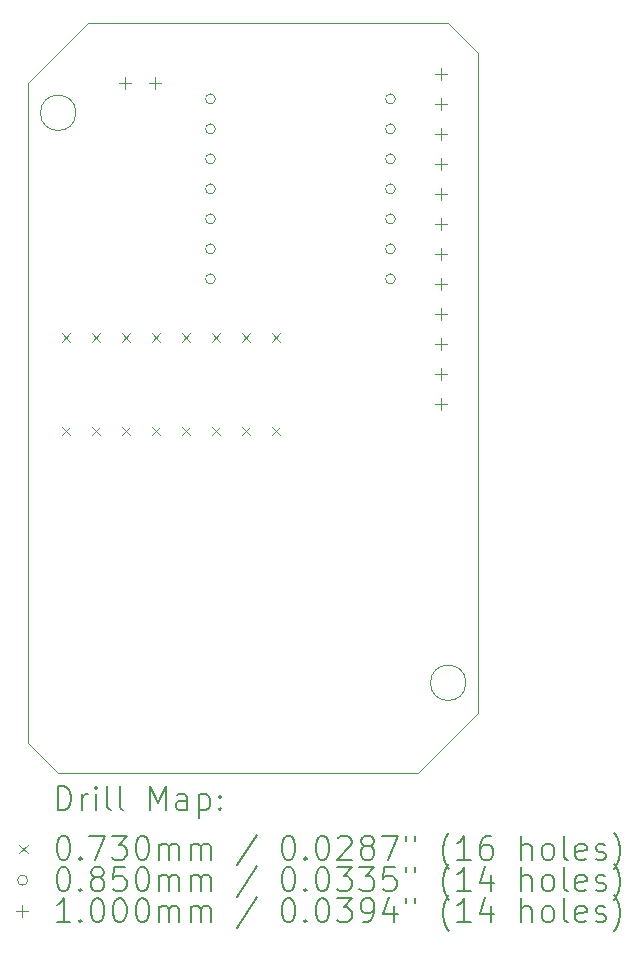
<source format=gbr>
%FSLAX45Y45*%
G04 Gerber Fmt 4.5, Leading zero omitted, Abs format (unit mm)*
G04 Created by KiCad (PCBNEW 6.0.2+dfsg-1) date 2023-08-17 23:32:11*
%MOMM*%
%LPD*%
G01*
G04 APERTURE LIST*
%TA.AperFunction,Profile*%
%ADD10C,0.100000*%
%TD*%
%ADD11C,0.200000*%
%ADD12C,0.073000*%
%ADD13C,0.085000*%
%ADD14C,0.100000*%
G04 APERTURE END LIST*
D10*
X17168026Y-6604000D02*
G75*
G03*
X17168026Y-6604000I-150026J0D01*
G01*
X20320000Y-5842000D02*
X20574000Y-6096000D01*
X20066000Y-12192000D02*
X17018000Y-12192000D01*
X20574000Y-11684000D02*
X20066000Y-12192000D01*
X17272000Y-5842000D02*
X20320000Y-5842000D01*
X20574000Y-6096000D02*
X20574000Y-11684000D01*
X17018000Y-12192000D02*
X16764000Y-11938000D01*
X20470000Y-11430000D02*
G75*
G03*
X20470000Y-11430000I-150000J0D01*
G01*
X16764000Y-11938000D02*
X16764000Y-6350000D01*
X16764000Y-6350000D02*
X17272000Y-5842000D01*
D11*
D12*
X17049352Y-8467461D02*
X17122352Y-8540461D01*
X17122352Y-8467461D02*
X17049352Y-8540461D01*
X17049352Y-9261461D02*
X17122352Y-9334461D01*
X17122352Y-9261461D02*
X17049352Y-9334461D01*
X17303352Y-8467461D02*
X17376352Y-8540461D01*
X17376352Y-8467461D02*
X17303352Y-8540461D01*
X17303352Y-9261461D02*
X17376352Y-9334461D01*
X17376352Y-9261461D02*
X17303352Y-9334461D01*
X17557352Y-8467461D02*
X17630352Y-8540461D01*
X17630352Y-8467461D02*
X17557352Y-8540461D01*
X17557352Y-9261461D02*
X17630352Y-9334461D01*
X17630352Y-9261461D02*
X17557352Y-9334461D01*
X17811352Y-8467461D02*
X17884352Y-8540461D01*
X17884352Y-8467461D02*
X17811352Y-8540461D01*
X17811352Y-9261461D02*
X17884352Y-9334461D01*
X17884352Y-9261461D02*
X17811352Y-9334461D01*
X18065352Y-8467461D02*
X18138352Y-8540461D01*
X18138352Y-8467461D02*
X18065352Y-8540461D01*
X18065352Y-9261461D02*
X18138352Y-9334461D01*
X18138352Y-9261461D02*
X18065352Y-9334461D01*
X18319352Y-8467461D02*
X18392352Y-8540461D01*
X18392352Y-8467461D02*
X18319352Y-8540461D01*
X18319352Y-9261461D02*
X18392352Y-9334461D01*
X18392352Y-9261461D02*
X18319352Y-9334461D01*
X18573352Y-8467461D02*
X18646352Y-8540461D01*
X18646352Y-8467461D02*
X18573352Y-8540461D01*
X18573352Y-9261461D02*
X18646352Y-9334461D01*
X18646352Y-9261461D02*
X18573352Y-9334461D01*
X18827352Y-8467461D02*
X18900352Y-8540461D01*
X18900352Y-8467461D02*
X18827352Y-8540461D01*
X18827352Y-9261461D02*
X18900352Y-9334461D01*
X18900352Y-9261461D02*
X18827352Y-9334461D01*
D13*
X18349606Y-6486633D02*
G75*
G03*
X18349606Y-6486633I-42500J0D01*
G01*
X18349606Y-6740633D02*
G75*
G03*
X18349606Y-6740633I-42500J0D01*
G01*
X18349606Y-6994633D02*
G75*
G03*
X18349606Y-6994633I-42500J0D01*
G01*
X18349606Y-7248633D02*
G75*
G03*
X18349606Y-7248633I-42500J0D01*
G01*
X18349606Y-7502633D02*
G75*
G03*
X18349606Y-7502633I-42500J0D01*
G01*
X18349606Y-7756633D02*
G75*
G03*
X18349606Y-7756633I-42500J0D01*
G01*
X18349606Y-8010633D02*
G75*
G03*
X18349606Y-8010633I-42500J0D01*
G01*
X19873606Y-6486633D02*
G75*
G03*
X19873606Y-6486633I-42500J0D01*
G01*
X19873606Y-6740633D02*
G75*
G03*
X19873606Y-6740633I-42500J0D01*
G01*
X19873606Y-6994633D02*
G75*
G03*
X19873606Y-6994633I-42500J0D01*
G01*
X19873606Y-7248633D02*
G75*
G03*
X19873606Y-7248633I-42500J0D01*
G01*
X19873606Y-7502633D02*
G75*
G03*
X19873606Y-7502633I-42500J0D01*
G01*
X19873606Y-7756633D02*
G75*
G03*
X19873606Y-7756633I-42500J0D01*
G01*
X19873606Y-8010633D02*
G75*
G03*
X19873606Y-8010633I-42500J0D01*
G01*
D14*
X17586076Y-6300000D02*
X17586076Y-6400000D01*
X17536076Y-6350000D02*
X17636076Y-6350000D01*
X17840076Y-6300000D02*
X17840076Y-6400000D01*
X17790076Y-6350000D02*
X17890076Y-6350000D01*
X20256076Y-6222344D02*
X20256076Y-6322344D01*
X20206076Y-6272344D02*
X20306076Y-6272344D01*
X20256076Y-6476344D02*
X20256076Y-6576344D01*
X20206076Y-6526344D02*
X20306076Y-6526344D01*
X20256076Y-6730344D02*
X20256076Y-6830344D01*
X20206076Y-6780344D02*
X20306076Y-6780344D01*
X20256076Y-6984344D02*
X20256076Y-7084344D01*
X20206076Y-7034344D02*
X20306076Y-7034344D01*
X20256076Y-7238344D02*
X20256076Y-7338344D01*
X20206076Y-7288344D02*
X20306076Y-7288344D01*
X20256076Y-7492344D02*
X20256076Y-7592344D01*
X20206076Y-7542344D02*
X20306076Y-7542344D01*
X20256076Y-7746344D02*
X20256076Y-7846344D01*
X20206076Y-7796344D02*
X20306076Y-7796344D01*
X20256076Y-8000344D02*
X20256076Y-8100344D01*
X20206076Y-8050344D02*
X20306076Y-8050344D01*
X20256076Y-8254344D02*
X20256076Y-8354344D01*
X20206076Y-8304344D02*
X20306076Y-8304344D01*
X20256076Y-8508345D02*
X20256076Y-8608345D01*
X20206076Y-8558345D02*
X20306076Y-8558345D01*
X20256076Y-8762345D02*
X20256076Y-8862345D01*
X20206076Y-8812345D02*
X20306076Y-8812345D01*
X20256076Y-9016345D02*
X20256076Y-9116345D01*
X20206076Y-9066345D02*
X20306076Y-9066345D01*
D11*
X17016619Y-12507476D02*
X17016619Y-12307476D01*
X17064238Y-12307476D01*
X17092810Y-12317000D01*
X17111857Y-12336048D01*
X17121381Y-12355095D01*
X17130905Y-12393190D01*
X17130905Y-12421762D01*
X17121381Y-12459857D01*
X17111857Y-12478905D01*
X17092810Y-12497952D01*
X17064238Y-12507476D01*
X17016619Y-12507476D01*
X17216619Y-12507476D02*
X17216619Y-12374143D01*
X17216619Y-12412238D02*
X17226143Y-12393190D01*
X17235667Y-12383667D01*
X17254714Y-12374143D01*
X17273762Y-12374143D01*
X17340429Y-12507476D02*
X17340429Y-12374143D01*
X17340429Y-12307476D02*
X17330905Y-12317000D01*
X17340429Y-12326524D01*
X17349952Y-12317000D01*
X17340429Y-12307476D01*
X17340429Y-12326524D01*
X17464238Y-12507476D02*
X17445190Y-12497952D01*
X17435667Y-12478905D01*
X17435667Y-12307476D01*
X17569000Y-12507476D02*
X17549952Y-12497952D01*
X17540429Y-12478905D01*
X17540429Y-12307476D01*
X17797571Y-12507476D02*
X17797571Y-12307476D01*
X17864238Y-12450333D01*
X17930905Y-12307476D01*
X17930905Y-12507476D01*
X18111857Y-12507476D02*
X18111857Y-12402714D01*
X18102333Y-12383667D01*
X18083286Y-12374143D01*
X18045190Y-12374143D01*
X18026143Y-12383667D01*
X18111857Y-12497952D02*
X18092810Y-12507476D01*
X18045190Y-12507476D01*
X18026143Y-12497952D01*
X18016619Y-12478905D01*
X18016619Y-12459857D01*
X18026143Y-12440809D01*
X18045190Y-12431286D01*
X18092810Y-12431286D01*
X18111857Y-12421762D01*
X18207095Y-12374143D02*
X18207095Y-12574143D01*
X18207095Y-12383667D02*
X18226143Y-12374143D01*
X18264238Y-12374143D01*
X18283286Y-12383667D01*
X18292810Y-12393190D01*
X18302333Y-12412238D01*
X18302333Y-12469381D01*
X18292810Y-12488428D01*
X18283286Y-12497952D01*
X18264238Y-12507476D01*
X18226143Y-12507476D01*
X18207095Y-12497952D01*
X18388048Y-12488428D02*
X18397571Y-12497952D01*
X18388048Y-12507476D01*
X18378524Y-12497952D01*
X18388048Y-12488428D01*
X18388048Y-12507476D01*
X18388048Y-12383667D02*
X18397571Y-12393190D01*
X18388048Y-12402714D01*
X18378524Y-12393190D01*
X18388048Y-12383667D01*
X18388048Y-12402714D01*
D12*
X16686000Y-12800500D02*
X16759000Y-12873500D01*
X16759000Y-12800500D02*
X16686000Y-12873500D01*
D11*
X17054714Y-12727476D02*
X17073762Y-12727476D01*
X17092810Y-12737000D01*
X17102333Y-12746524D01*
X17111857Y-12765571D01*
X17121381Y-12803667D01*
X17121381Y-12851286D01*
X17111857Y-12889381D01*
X17102333Y-12908428D01*
X17092810Y-12917952D01*
X17073762Y-12927476D01*
X17054714Y-12927476D01*
X17035667Y-12917952D01*
X17026143Y-12908428D01*
X17016619Y-12889381D01*
X17007095Y-12851286D01*
X17007095Y-12803667D01*
X17016619Y-12765571D01*
X17026143Y-12746524D01*
X17035667Y-12737000D01*
X17054714Y-12727476D01*
X17207095Y-12908428D02*
X17216619Y-12917952D01*
X17207095Y-12927476D01*
X17197571Y-12917952D01*
X17207095Y-12908428D01*
X17207095Y-12927476D01*
X17283286Y-12727476D02*
X17416619Y-12727476D01*
X17330905Y-12927476D01*
X17473762Y-12727476D02*
X17597571Y-12727476D01*
X17530905Y-12803667D01*
X17559476Y-12803667D01*
X17578524Y-12813190D01*
X17588048Y-12822714D01*
X17597571Y-12841762D01*
X17597571Y-12889381D01*
X17588048Y-12908428D01*
X17578524Y-12917952D01*
X17559476Y-12927476D01*
X17502333Y-12927476D01*
X17483286Y-12917952D01*
X17473762Y-12908428D01*
X17721381Y-12727476D02*
X17740429Y-12727476D01*
X17759476Y-12737000D01*
X17769000Y-12746524D01*
X17778524Y-12765571D01*
X17788048Y-12803667D01*
X17788048Y-12851286D01*
X17778524Y-12889381D01*
X17769000Y-12908428D01*
X17759476Y-12917952D01*
X17740429Y-12927476D01*
X17721381Y-12927476D01*
X17702333Y-12917952D01*
X17692810Y-12908428D01*
X17683286Y-12889381D01*
X17673762Y-12851286D01*
X17673762Y-12803667D01*
X17683286Y-12765571D01*
X17692810Y-12746524D01*
X17702333Y-12737000D01*
X17721381Y-12727476D01*
X17873762Y-12927476D02*
X17873762Y-12794143D01*
X17873762Y-12813190D02*
X17883286Y-12803667D01*
X17902333Y-12794143D01*
X17930905Y-12794143D01*
X17949952Y-12803667D01*
X17959476Y-12822714D01*
X17959476Y-12927476D01*
X17959476Y-12822714D02*
X17969000Y-12803667D01*
X17988048Y-12794143D01*
X18016619Y-12794143D01*
X18035667Y-12803667D01*
X18045190Y-12822714D01*
X18045190Y-12927476D01*
X18140429Y-12927476D02*
X18140429Y-12794143D01*
X18140429Y-12813190D02*
X18149952Y-12803667D01*
X18169000Y-12794143D01*
X18197571Y-12794143D01*
X18216619Y-12803667D01*
X18226143Y-12822714D01*
X18226143Y-12927476D01*
X18226143Y-12822714D02*
X18235667Y-12803667D01*
X18254714Y-12794143D01*
X18283286Y-12794143D01*
X18302333Y-12803667D01*
X18311857Y-12822714D01*
X18311857Y-12927476D01*
X18702333Y-12717952D02*
X18530905Y-12975095D01*
X18959476Y-12727476D02*
X18978524Y-12727476D01*
X18997571Y-12737000D01*
X19007095Y-12746524D01*
X19016619Y-12765571D01*
X19026143Y-12803667D01*
X19026143Y-12851286D01*
X19016619Y-12889381D01*
X19007095Y-12908428D01*
X18997571Y-12917952D01*
X18978524Y-12927476D01*
X18959476Y-12927476D01*
X18940429Y-12917952D01*
X18930905Y-12908428D01*
X18921381Y-12889381D01*
X18911857Y-12851286D01*
X18911857Y-12803667D01*
X18921381Y-12765571D01*
X18930905Y-12746524D01*
X18940429Y-12737000D01*
X18959476Y-12727476D01*
X19111857Y-12908428D02*
X19121381Y-12917952D01*
X19111857Y-12927476D01*
X19102333Y-12917952D01*
X19111857Y-12908428D01*
X19111857Y-12927476D01*
X19245190Y-12727476D02*
X19264238Y-12727476D01*
X19283286Y-12737000D01*
X19292810Y-12746524D01*
X19302333Y-12765571D01*
X19311857Y-12803667D01*
X19311857Y-12851286D01*
X19302333Y-12889381D01*
X19292810Y-12908428D01*
X19283286Y-12917952D01*
X19264238Y-12927476D01*
X19245190Y-12927476D01*
X19226143Y-12917952D01*
X19216619Y-12908428D01*
X19207095Y-12889381D01*
X19197571Y-12851286D01*
X19197571Y-12803667D01*
X19207095Y-12765571D01*
X19216619Y-12746524D01*
X19226143Y-12737000D01*
X19245190Y-12727476D01*
X19388048Y-12746524D02*
X19397571Y-12737000D01*
X19416619Y-12727476D01*
X19464238Y-12727476D01*
X19483286Y-12737000D01*
X19492810Y-12746524D01*
X19502333Y-12765571D01*
X19502333Y-12784619D01*
X19492810Y-12813190D01*
X19378524Y-12927476D01*
X19502333Y-12927476D01*
X19616619Y-12813190D02*
X19597571Y-12803667D01*
X19588048Y-12794143D01*
X19578524Y-12775095D01*
X19578524Y-12765571D01*
X19588048Y-12746524D01*
X19597571Y-12737000D01*
X19616619Y-12727476D01*
X19654714Y-12727476D01*
X19673762Y-12737000D01*
X19683286Y-12746524D01*
X19692810Y-12765571D01*
X19692810Y-12775095D01*
X19683286Y-12794143D01*
X19673762Y-12803667D01*
X19654714Y-12813190D01*
X19616619Y-12813190D01*
X19597571Y-12822714D01*
X19588048Y-12832238D01*
X19578524Y-12851286D01*
X19578524Y-12889381D01*
X19588048Y-12908428D01*
X19597571Y-12917952D01*
X19616619Y-12927476D01*
X19654714Y-12927476D01*
X19673762Y-12917952D01*
X19683286Y-12908428D01*
X19692810Y-12889381D01*
X19692810Y-12851286D01*
X19683286Y-12832238D01*
X19673762Y-12822714D01*
X19654714Y-12813190D01*
X19759476Y-12727476D02*
X19892810Y-12727476D01*
X19807095Y-12927476D01*
X19959476Y-12727476D02*
X19959476Y-12765571D01*
X20035667Y-12727476D02*
X20035667Y-12765571D01*
X20330905Y-13003667D02*
X20321381Y-12994143D01*
X20302333Y-12965571D01*
X20292810Y-12946524D01*
X20283286Y-12917952D01*
X20273762Y-12870333D01*
X20273762Y-12832238D01*
X20283286Y-12784619D01*
X20292810Y-12756048D01*
X20302333Y-12737000D01*
X20321381Y-12708428D01*
X20330905Y-12698905D01*
X20511857Y-12927476D02*
X20397571Y-12927476D01*
X20454714Y-12927476D02*
X20454714Y-12727476D01*
X20435667Y-12756048D01*
X20416619Y-12775095D01*
X20397571Y-12784619D01*
X20683286Y-12727476D02*
X20645190Y-12727476D01*
X20626143Y-12737000D01*
X20616619Y-12746524D01*
X20597571Y-12775095D01*
X20588048Y-12813190D01*
X20588048Y-12889381D01*
X20597571Y-12908428D01*
X20607095Y-12917952D01*
X20626143Y-12927476D01*
X20664238Y-12927476D01*
X20683286Y-12917952D01*
X20692810Y-12908428D01*
X20702333Y-12889381D01*
X20702333Y-12841762D01*
X20692810Y-12822714D01*
X20683286Y-12813190D01*
X20664238Y-12803667D01*
X20626143Y-12803667D01*
X20607095Y-12813190D01*
X20597571Y-12822714D01*
X20588048Y-12841762D01*
X20940429Y-12927476D02*
X20940429Y-12727476D01*
X21026143Y-12927476D02*
X21026143Y-12822714D01*
X21016619Y-12803667D01*
X20997571Y-12794143D01*
X20969000Y-12794143D01*
X20949952Y-12803667D01*
X20940429Y-12813190D01*
X21149952Y-12927476D02*
X21130905Y-12917952D01*
X21121381Y-12908428D01*
X21111857Y-12889381D01*
X21111857Y-12832238D01*
X21121381Y-12813190D01*
X21130905Y-12803667D01*
X21149952Y-12794143D01*
X21178524Y-12794143D01*
X21197571Y-12803667D01*
X21207095Y-12813190D01*
X21216619Y-12832238D01*
X21216619Y-12889381D01*
X21207095Y-12908428D01*
X21197571Y-12917952D01*
X21178524Y-12927476D01*
X21149952Y-12927476D01*
X21330905Y-12927476D02*
X21311857Y-12917952D01*
X21302333Y-12898905D01*
X21302333Y-12727476D01*
X21483286Y-12917952D02*
X21464238Y-12927476D01*
X21426143Y-12927476D01*
X21407095Y-12917952D01*
X21397571Y-12898905D01*
X21397571Y-12822714D01*
X21407095Y-12803667D01*
X21426143Y-12794143D01*
X21464238Y-12794143D01*
X21483286Y-12803667D01*
X21492810Y-12822714D01*
X21492810Y-12841762D01*
X21397571Y-12860809D01*
X21569000Y-12917952D02*
X21588048Y-12927476D01*
X21626143Y-12927476D01*
X21645190Y-12917952D01*
X21654714Y-12898905D01*
X21654714Y-12889381D01*
X21645190Y-12870333D01*
X21626143Y-12860809D01*
X21597571Y-12860809D01*
X21578524Y-12851286D01*
X21569000Y-12832238D01*
X21569000Y-12822714D01*
X21578524Y-12803667D01*
X21597571Y-12794143D01*
X21626143Y-12794143D01*
X21645190Y-12803667D01*
X21721381Y-13003667D02*
X21730905Y-12994143D01*
X21749952Y-12965571D01*
X21759476Y-12946524D01*
X21769000Y-12917952D01*
X21778524Y-12870333D01*
X21778524Y-12832238D01*
X21769000Y-12784619D01*
X21759476Y-12756048D01*
X21749952Y-12737000D01*
X21730905Y-12708428D01*
X21721381Y-12698905D01*
D13*
X16759000Y-13101000D02*
G75*
G03*
X16759000Y-13101000I-42500J0D01*
G01*
D11*
X17054714Y-12991476D02*
X17073762Y-12991476D01*
X17092810Y-13001000D01*
X17102333Y-13010524D01*
X17111857Y-13029571D01*
X17121381Y-13067667D01*
X17121381Y-13115286D01*
X17111857Y-13153381D01*
X17102333Y-13172428D01*
X17092810Y-13181952D01*
X17073762Y-13191476D01*
X17054714Y-13191476D01*
X17035667Y-13181952D01*
X17026143Y-13172428D01*
X17016619Y-13153381D01*
X17007095Y-13115286D01*
X17007095Y-13067667D01*
X17016619Y-13029571D01*
X17026143Y-13010524D01*
X17035667Y-13001000D01*
X17054714Y-12991476D01*
X17207095Y-13172428D02*
X17216619Y-13181952D01*
X17207095Y-13191476D01*
X17197571Y-13181952D01*
X17207095Y-13172428D01*
X17207095Y-13191476D01*
X17330905Y-13077190D02*
X17311857Y-13067667D01*
X17302333Y-13058143D01*
X17292810Y-13039095D01*
X17292810Y-13029571D01*
X17302333Y-13010524D01*
X17311857Y-13001000D01*
X17330905Y-12991476D01*
X17369000Y-12991476D01*
X17388048Y-13001000D01*
X17397571Y-13010524D01*
X17407095Y-13029571D01*
X17407095Y-13039095D01*
X17397571Y-13058143D01*
X17388048Y-13067667D01*
X17369000Y-13077190D01*
X17330905Y-13077190D01*
X17311857Y-13086714D01*
X17302333Y-13096238D01*
X17292810Y-13115286D01*
X17292810Y-13153381D01*
X17302333Y-13172428D01*
X17311857Y-13181952D01*
X17330905Y-13191476D01*
X17369000Y-13191476D01*
X17388048Y-13181952D01*
X17397571Y-13172428D01*
X17407095Y-13153381D01*
X17407095Y-13115286D01*
X17397571Y-13096238D01*
X17388048Y-13086714D01*
X17369000Y-13077190D01*
X17588048Y-12991476D02*
X17492810Y-12991476D01*
X17483286Y-13086714D01*
X17492810Y-13077190D01*
X17511857Y-13067667D01*
X17559476Y-13067667D01*
X17578524Y-13077190D01*
X17588048Y-13086714D01*
X17597571Y-13105762D01*
X17597571Y-13153381D01*
X17588048Y-13172428D01*
X17578524Y-13181952D01*
X17559476Y-13191476D01*
X17511857Y-13191476D01*
X17492810Y-13181952D01*
X17483286Y-13172428D01*
X17721381Y-12991476D02*
X17740429Y-12991476D01*
X17759476Y-13001000D01*
X17769000Y-13010524D01*
X17778524Y-13029571D01*
X17788048Y-13067667D01*
X17788048Y-13115286D01*
X17778524Y-13153381D01*
X17769000Y-13172428D01*
X17759476Y-13181952D01*
X17740429Y-13191476D01*
X17721381Y-13191476D01*
X17702333Y-13181952D01*
X17692810Y-13172428D01*
X17683286Y-13153381D01*
X17673762Y-13115286D01*
X17673762Y-13067667D01*
X17683286Y-13029571D01*
X17692810Y-13010524D01*
X17702333Y-13001000D01*
X17721381Y-12991476D01*
X17873762Y-13191476D02*
X17873762Y-13058143D01*
X17873762Y-13077190D02*
X17883286Y-13067667D01*
X17902333Y-13058143D01*
X17930905Y-13058143D01*
X17949952Y-13067667D01*
X17959476Y-13086714D01*
X17959476Y-13191476D01*
X17959476Y-13086714D02*
X17969000Y-13067667D01*
X17988048Y-13058143D01*
X18016619Y-13058143D01*
X18035667Y-13067667D01*
X18045190Y-13086714D01*
X18045190Y-13191476D01*
X18140429Y-13191476D02*
X18140429Y-13058143D01*
X18140429Y-13077190D02*
X18149952Y-13067667D01*
X18169000Y-13058143D01*
X18197571Y-13058143D01*
X18216619Y-13067667D01*
X18226143Y-13086714D01*
X18226143Y-13191476D01*
X18226143Y-13086714D02*
X18235667Y-13067667D01*
X18254714Y-13058143D01*
X18283286Y-13058143D01*
X18302333Y-13067667D01*
X18311857Y-13086714D01*
X18311857Y-13191476D01*
X18702333Y-12981952D02*
X18530905Y-13239095D01*
X18959476Y-12991476D02*
X18978524Y-12991476D01*
X18997571Y-13001000D01*
X19007095Y-13010524D01*
X19016619Y-13029571D01*
X19026143Y-13067667D01*
X19026143Y-13115286D01*
X19016619Y-13153381D01*
X19007095Y-13172428D01*
X18997571Y-13181952D01*
X18978524Y-13191476D01*
X18959476Y-13191476D01*
X18940429Y-13181952D01*
X18930905Y-13172428D01*
X18921381Y-13153381D01*
X18911857Y-13115286D01*
X18911857Y-13067667D01*
X18921381Y-13029571D01*
X18930905Y-13010524D01*
X18940429Y-13001000D01*
X18959476Y-12991476D01*
X19111857Y-13172428D02*
X19121381Y-13181952D01*
X19111857Y-13191476D01*
X19102333Y-13181952D01*
X19111857Y-13172428D01*
X19111857Y-13191476D01*
X19245190Y-12991476D02*
X19264238Y-12991476D01*
X19283286Y-13001000D01*
X19292810Y-13010524D01*
X19302333Y-13029571D01*
X19311857Y-13067667D01*
X19311857Y-13115286D01*
X19302333Y-13153381D01*
X19292810Y-13172428D01*
X19283286Y-13181952D01*
X19264238Y-13191476D01*
X19245190Y-13191476D01*
X19226143Y-13181952D01*
X19216619Y-13172428D01*
X19207095Y-13153381D01*
X19197571Y-13115286D01*
X19197571Y-13067667D01*
X19207095Y-13029571D01*
X19216619Y-13010524D01*
X19226143Y-13001000D01*
X19245190Y-12991476D01*
X19378524Y-12991476D02*
X19502333Y-12991476D01*
X19435667Y-13067667D01*
X19464238Y-13067667D01*
X19483286Y-13077190D01*
X19492810Y-13086714D01*
X19502333Y-13105762D01*
X19502333Y-13153381D01*
X19492810Y-13172428D01*
X19483286Y-13181952D01*
X19464238Y-13191476D01*
X19407095Y-13191476D01*
X19388048Y-13181952D01*
X19378524Y-13172428D01*
X19569000Y-12991476D02*
X19692810Y-12991476D01*
X19626143Y-13067667D01*
X19654714Y-13067667D01*
X19673762Y-13077190D01*
X19683286Y-13086714D01*
X19692810Y-13105762D01*
X19692810Y-13153381D01*
X19683286Y-13172428D01*
X19673762Y-13181952D01*
X19654714Y-13191476D01*
X19597571Y-13191476D01*
X19578524Y-13181952D01*
X19569000Y-13172428D01*
X19873762Y-12991476D02*
X19778524Y-12991476D01*
X19769000Y-13086714D01*
X19778524Y-13077190D01*
X19797571Y-13067667D01*
X19845190Y-13067667D01*
X19864238Y-13077190D01*
X19873762Y-13086714D01*
X19883286Y-13105762D01*
X19883286Y-13153381D01*
X19873762Y-13172428D01*
X19864238Y-13181952D01*
X19845190Y-13191476D01*
X19797571Y-13191476D01*
X19778524Y-13181952D01*
X19769000Y-13172428D01*
X19959476Y-12991476D02*
X19959476Y-13029571D01*
X20035667Y-12991476D02*
X20035667Y-13029571D01*
X20330905Y-13267667D02*
X20321381Y-13258143D01*
X20302333Y-13229571D01*
X20292810Y-13210524D01*
X20283286Y-13181952D01*
X20273762Y-13134333D01*
X20273762Y-13096238D01*
X20283286Y-13048619D01*
X20292810Y-13020048D01*
X20302333Y-13001000D01*
X20321381Y-12972428D01*
X20330905Y-12962905D01*
X20511857Y-13191476D02*
X20397571Y-13191476D01*
X20454714Y-13191476D02*
X20454714Y-12991476D01*
X20435667Y-13020048D01*
X20416619Y-13039095D01*
X20397571Y-13048619D01*
X20683286Y-13058143D02*
X20683286Y-13191476D01*
X20635667Y-12981952D02*
X20588048Y-13124809D01*
X20711857Y-13124809D01*
X20940429Y-13191476D02*
X20940429Y-12991476D01*
X21026143Y-13191476D02*
X21026143Y-13086714D01*
X21016619Y-13067667D01*
X20997571Y-13058143D01*
X20969000Y-13058143D01*
X20949952Y-13067667D01*
X20940429Y-13077190D01*
X21149952Y-13191476D02*
X21130905Y-13181952D01*
X21121381Y-13172428D01*
X21111857Y-13153381D01*
X21111857Y-13096238D01*
X21121381Y-13077190D01*
X21130905Y-13067667D01*
X21149952Y-13058143D01*
X21178524Y-13058143D01*
X21197571Y-13067667D01*
X21207095Y-13077190D01*
X21216619Y-13096238D01*
X21216619Y-13153381D01*
X21207095Y-13172428D01*
X21197571Y-13181952D01*
X21178524Y-13191476D01*
X21149952Y-13191476D01*
X21330905Y-13191476D02*
X21311857Y-13181952D01*
X21302333Y-13162905D01*
X21302333Y-12991476D01*
X21483286Y-13181952D02*
X21464238Y-13191476D01*
X21426143Y-13191476D01*
X21407095Y-13181952D01*
X21397571Y-13162905D01*
X21397571Y-13086714D01*
X21407095Y-13067667D01*
X21426143Y-13058143D01*
X21464238Y-13058143D01*
X21483286Y-13067667D01*
X21492810Y-13086714D01*
X21492810Y-13105762D01*
X21397571Y-13124809D01*
X21569000Y-13181952D02*
X21588048Y-13191476D01*
X21626143Y-13191476D01*
X21645190Y-13181952D01*
X21654714Y-13162905D01*
X21654714Y-13153381D01*
X21645190Y-13134333D01*
X21626143Y-13124809D01*
X21597571Y-13124809D01*
X21578524Y-13115286D01*
X21569000Y-13096238D01*
X21569000Y-13086714D01*
X21578524Y-13067667D01*
X21597571Y-13058143D01*
X21626143Y-13058143D01*
X21645190Y-13067667D01*
X21721381Y-13267667D02*
X21730905Y-13258143D01*
X21749952Y-13229571D01*
X21759476Y-13210524D01*
X21769000Y-13181952D01*
X21778524Y-13134333D01*
X21778524Y-13096238D01*
X21769000Y-13048619D01*
X21759476Y-13020048D01*
X21749952Y-13001000D01*
X21730905Y-12972428D01*
X21721381Y-12962905D01*
D14*
X16709000Y-13315000D02*
X16709000Y-13415000D01*
X16659000Y-13365000D02*
X16759000Y-13365000D01*
D11*
X17121381Y-13455476D02*
X17007095Y-13455476D01*
X17064238Y-13455476D02*
X17064238Y-13255476D01*
X17045190Y-13284048D01*
X17026143Y-13303095D01*
X17007095Y-13312619D01*
X17207095Y-13436428D02*
X17216619Y-13445952D01*
X17207095Y-13455476D01*
X17197571Y-13445952D01*
X17207095Y-13436428D01*
X17207095Y-13455476D01*
X17340429Y-13255476D02*
X17359476Y-13255476D01*
X17378524Y-13265000D01*
X17388048Y-13274524D01*
X17397571Y-13293571D01*
X17407095Y-13331667D01*
X17407095Y-13379286D01*
X17397571Y-13417381D01*
X17388048Y-13436428D01*
X17378524Y-13445952D01*
X17359476Y-13455476D01*
X17340429Y-13455476D01*
X17321381Y-13445952D01*
X17311857Y-13436428D01*
X17302333Y-13417381D01*
X17292810Y-13379286D01*
X17292810Y-13331667D01*
X17302333Y-13293571D01*
X17311857Y-13274524D01*
X17321381Y-13265000D01*
X17340429Y-13255476D01*
X17530905Y-13255476D02*
X17549952Y-13255476D01*
X17569000Y-13265000D01*
X17578524Y-13274524D01*
X17588048Y-13293571D01*
X17597571Y-13331667D01*
X17597571Y-13379286D01*
X17588048Y-13417381D01*
X17578524Y-13436428D01*
X17569000Y-13445952D01*
X17549952Y-13455476D01*
X17530905Y-13455476D01*
X17511857Y-13445952D01*
X17502333Y-13436428D01*
X17492810Y-13417381D01*
X17483286Y-13379286D01*
X17483286Y-13331667D01*
X17492810Y-13293571D01*
X17502333Y-13274524D01*
X17511857Y-13265000D01*
X17530905Y-13255476D01*
X17721381Y-13255476D02*
X17740429Y-13255476D01*
X17759476Y-13265000D01*
X17769000Y-13274524D01*
X17778524Y-13293571D01*
X17788048Y-13331667D01*
X17788048Y-13379286D01*
X17778524Y-13417381D01*
X17769000Y-13436428D01*
X17759476Y-13445952D01*
X17740429Y-13455476D01*
X17721381Y-13455476D01*
X17702333Y-13445952D01*
X17692810Y-13436428D01*
X17683286Y-13417381D01*
X17673762Y-13379286D01*
X17673762Y-13331667D01*
X17683286Y-13293571D01*
X17692810Y-13274524D01*
X17702333Y-13265000D01*
X17721381Y-13255476D01*
X17873762Y-13455476D02*
X17873762Y-13322143D01*
X17873762Y-13341190D02*
X17883286Y-13331667D01*
X17902333Y-13322143D01*
X17930905Y-13322143D01*
X17949952Y-13331667D01*
X17959476Y-13350714D01*
X17959476Y-13455476D01*
X17959476Y-13350714D02*
X17969000Y-13331667D01*
X17988048Y-13322143D01*
X18016619Y-13322143D01*
X18035667Y-13331667D01*
X18045190Y-13350714D01*
X18045190Y-13455476D01*
X18140429Y-13455476D02*
X18140429Y-13322143D01*
X18140429Y-13341190D02*
X18149952Y-13331667D01*
X18169000Y-13322143D01*
X18197571Y-13322143D01*
X18216619Y-13331667D01*
X18226143Y-13350714D01*
X18226143Y-13455476D01*
X18226143Y-13350714D02*
X18235667Y-13331667D01*
X18254714Y-13322143D01*
X18283286Y-13322143D01*
X18302333Y-13331667D01*
X18311857Y-13350714D01*
X18311857Y-13455476D01*
X18702333Y-13245952D02*
X18530905Y-13503095D01*
X18959476Y-13255476D02*
X18978524Y-13255476D01*
X18997571Y-13265000D01*
X19007095Y-13274524D01*
X19016619Y-13293571D01*
X19026143Y-13331667D01*
X19026143Y-13379286D01*
X19016619Y-13417381D01*
X19007095Y-13436428D01*
X18997571Y-13445952D01*
X18978524Y-13455476D01*
X18959476Y-13455476D01*
X18940429Y-13445952D01*
X18930905Y-13436428D01*
X18921381Y-13417381D01*
X18911857Y-13379286D01*
X18911857Y-13331667D01*
X18921381Y-13293571D01*
X18930905Y-13274524D01*
X18940429Y-13265000D01*
X18959476Y-13255476D01*
X19111857Y-13436428D02*
X19121381Y-13445952D01*
X19111857Y-13455476D01*
X19102333Y-13445952D01*
X19111857Y-13436428D01*
X19111857Y-13455476D01*
X19245190Y-13255476D02*
X19264238Y-13255476D01*
X19283286Y-13265000D01*
X19292810Y-13274524D01*
X19302333Y-13293571D01*
X19311857Y-13331667D01*
X19311857Y-13379286D01*
X19302333Y-13417381D01*
X19292810Y-13436428D01*
X19283286Y-13445952D01*
X19264238Y-13455476D01*
X19245190Y-13455476D01*
X19226143Y-13445952D01*
X19216619Y-13436428D01*
X19207095Y-13417381D01*
X19197571Y-13379286D01*
X19197571Y-13331667D01*
X19207095Y-13293571D01*
X19216619Y-13274524D01*
X19226143Y-13265000D01*
X19245190Y-13255476D01*
X19378524Y-13255476D02*
X19502333Y-13255476D01*
X19435667Y-13331667D01*
X19464238Y-13331667D01*
X19483286Y-13341190D01*
X19492810Y-13350714D01*
X19502333Y-13369762D01*
X19502333Y-13417381D01*
X19492810Y-13436428D01*
X19483286Y-13445952D01*
X19464238Y-13455476D01*
X19407095Y-13455476D01*
X19388048Y-13445952D01*
X19378524Y-13436428D01*
X19597571Y-13455476D02*
X19635667Y-13455476D01*
X19654714Y-13445952D01*
X19664238Y-13436428D01*
X19683286Y-13407857D01*
X19692810Y-13369762D01*
X19692810Y-13293571D01*
X19683286Y-13274524D01*
X19673762Y-13265000D01*
X19654714Y-13255476D01*
X19616619Y-13255476D01*
X19597571Y-13265000D01*
X19588048Y-13274524D01*
X19578524Y-13293571D01*
X19578524Y-13341190D01*
X19588048Y-13360238D01*
X19597571Y-13369762D01*
X19616619Y-13379286D01*
X19654714Y-13379286D01*
X19673762Y-13369762D01*
X19683286Y-13360238D01*
X19692810Y-13341190D01*
X19864238Y-13322143D02*
X19864238Y-13455476D01*
X19816619Y-13245952D02*
X19769000Y-13388809D01*
X19892810Y-13388809D01*
X19959476Y-13255476D02*
X19959476Y-13293571D01*
X20035667Y-13255476D02*
X20035667Y-13293571D01*
X20330905Y-13531667D02*
X20321381Y-13522143D01*
X20302333Y-13493571D01*
X20292810Y-13474524D01*
X20283286Y-13445952D01*
X20273762Y-13398333D01*
X20273762Y-13360238D01*
X20283286Y-13312619D01*
X20292810Y-13284048D01*
X20302333Y-13265000D01*
X20321381Y-13236428D01*
X20330905Y-13226905D01*
X20511857Y-13455476D02*
X20397571Y-13455476D01*
X20454714Y-13455476D02*
X20454714Y-13255476D01*
X20435667Y-13284048D01*
X20416619Y-13303095D01*
X20397571Y-13312619D01*
X20683286Y-13322143D02*
X20683286Y-13455476D01*
X20635667Y-13245952D02*
X20588048Y-13388809D01*
X20711857Y-13388809D01*
X20940429Y-13455476D02*
X20940429Y-13255476D01*
X21026143Y-13455476D02*
X21026143Y-13350714D01*
X21016619Y-13331667D01*
X20997571Y-13322143D01*
X20969000Y-13322143D01*
X20949952Y-13331667D01*
X20940429Y-13341190D01*
X21149952Y-13455476D02*
X21130905Y-13445952D01*
X21121381Y-13436428D01*
X21111857Y-13417381D01*
X21111857Y-13360238D01*
X21121381Y-13341190D01*
X21130905Y-13331667D01*
X21149952Y-13322143D01*
X21178524Y-13322143D01*
X21197571Y-13331667D01*
X21207095Y-13341190D01*
X21216619Y-13360238D01*
X21216619Y-13417381D01*
X21207095Y-13436428D01*
X21197571Y-13445952D01*
X21178524Y-13455476D01*
X21149952Y-13455476D01*
X21330905Y-13455476D02*
X21311857Y-13445952D01*
X21302333Y-13426905D01*
X21302333Y-13255476D01*
X21483286Y-13445952D02*
X21464238Y-13455476D01*
X21426143Y-13455476D01*
X21407095Y-13445952D01*
X21397571Y-13426905D01*
X21397571Y-13350714D01*
X21407095Y-13331667D01*
X21426143Y-13322143D01*
X21464238Y-13322143D01*
X21483286Y-13331667D01*
X21492810Y-13350714D01*
X21492810Y-13369762D01*
X21397571Y-13388809D01*
X21569000Y-13445952D02*
X21588048Y-13455476D01*
X21626143Y-13455476D01*
X21645190Y-13445952D01*
X21654714Y-13426905D01*
X21654714Y-13417381D01*
X21645190Y-13398333D01*
X21626143Y-13388809D01*
X21597571Y-13388809D01*
X21578524Y-13379286D01*
X21569000Y-13360238D01*
X21569000Y-13350714D01*
X21578524Y-13331667D01*
X21597571Y-13322143D01*
X21626143Y-13322143D01*
X21645190Y-13331667D01*
X21721381Y-13531667D02*
X21730905Y-13522143D01*
X21749952Y-13493571D01*
X21759476Y-13474524D01*
X21769000Y-13445952D01*
X21778524Y-13398333D01*
X21778524Y-13360238D01*
X21769000Y-13312619D01*
X21759476Y-13284048D01*
X21749952Y-13265000D01*
X21730905Y-13236428D01*
X21721381Y-13226905D01*
M02*

</source>
